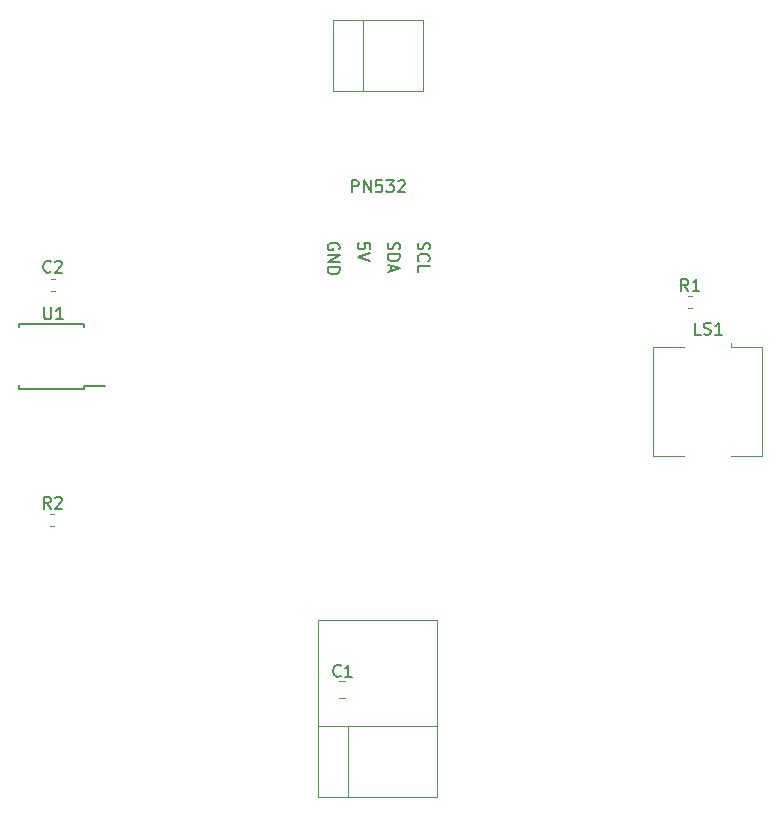
<source format=gto>
G04 #@! TF.GenerationSoftware,KiCad,Pcbnew,(5.1.2-1)-1*
G04 #@! TF.CreationDate,2019-07-21T21:36:06+01:00*
G04 #@! TF.ProjectId,glowy_nfc_reader_module,676c6f77-795f-46e6-9663-5f7265616465,rev?*
G04 #@! TF.SameCoordinates,Original*
G04 #@! TF.FileFunction,Legend,Top*
G04 #@! TF.FilePolarity,Positive*
%FSLAX46Y46*%
G04 Gerber Fmt 4.6, Leading zero omitted, Abs format (unit mm)*
G04 Created by KiCad (PCBNEW (5.1.2-1)-1) date 2019-07-21 21:36:06*
%MOMM*%
%LPD*%
G04 APERTURE LIST*
%ADD10C,0.150000*%
%ADD11C,0.120000*%
G04 APERTURE END LIST*
D10*
X146375714Y-86177380D02*
X146375714Y-85177380D01*
X146756666Y-85177380D01*
X146851904Y-85225000D01*
X146899523Y-85272619D01*
X146947142Y-85367857D01*
X146947142Y-85510714D01*
X146899523Y-85605952D01*
X146851904Y-85653571D01*
X146756666Y-85701190D01*
X146375714Y-85701190D01*
X147375714Y-86177380D02*
X147375714Y-85177380D01*
X147947142Y-86177380D01*
X147947142Y-85177380D01*
X148899523Y-85177380D02*
X148423333Y-85177380D01*
X148375714Y-85653571D01*
X148423333Y-85605952D01*
X148518571Y-85558333D01*
X148756666Y-85558333D01*
X148851904Y-85605952D01*
X148899523Y-85653571D01*
X148947142Y-85748809D01*
X148947142Y-85986904D01*
X148899523Y-86082142D01*
X148851904Y-86129761D01*
X148756666Y-86177380D01*
X148518571Y-86177380D01*
X148423333Y-86129761D01*
X148375714Y-86082142D01*
X149280476Y-85177380D02*
X149899523Y-85177380D01*
X149566190Y-85558333D01*
X149709047Y-85558333D01*
X149804285Y-85605952D01*
X149851904Y-85653571D01*
X149899523Y-85748809D01*
X149899523Y-85986904D01*
X149851904Y-86082142D01*
X149804285Y-86129761D01*
X149709047Y-86177380D01*
X149423333Y-86177380D01*
X149328095Y-86129761D01*
X149280476Y-86082142D01*
X150280476Y-85272619D02*
X150328095Y-85225000D01*
X150423333Y-85177380D01*
X150661428Y-85177380D01*
X150756666Y-85225000D01*
X150804285Y-85272619D01*
X150851904Y-85367857D01*
X150851904Y-85463095D01*
X150804285Y-85605952D01*
X150232857Y-86177380D01*
X150851904Y-86177380D01*
X149455238Y-90457976D02*
X149407619Y-90600833D01*
X149407619Y-90838928D01*
X149455238Y-90934166D01*
X149502857Y-90981785D01*
X149598095Y-91029404D01*
X149693333Y-91029404D01*
X149788571Y-90981785D01*
X149836190Y-90934166D01*
X149883809Y-90838928D01*
X149931428Y-90648452D01*
X149979047Y-90553214D01*
X150026666Y-90505595D01*
X150121904Y-90457976D01*
X150217142Y-90457976D01*
X150312380Y-90505595D01*
X150360000Y-90553214D01*
X150407619Y-90648452D01*
X150407619Y-90886547D01*
X150360000Y-91029404D01*
X149407619Y-91457976D02*
X150407619Y-91457976D01*
X150407619Y-91696071D01*
X150360000Y-91838928D01*
X150264761Y-91934166D01*
X150169523Y-91981785D01*
X149979047Y-92029404D01*
X149836190Y-92029404D01*
X149645714Y-91981785D01*
X149550476Y-91934166D01*
X149455238Y-91838928D01*
X149407619Y-91696071D01*
X149407619Y-91457976D01*
X149693333Y-92410357D02*
X149693333Y-92886547D01*
X149407619Y-92315119D02*
X150407619Y-92648452D01*
X149407619Y-92981785D01*
X151995238Y-90457976D02*
X151947619Y-90600833D01*
X151947619Y-90838928D01*
X151995238Y-90934166D01*
X152042857Y-90981785D01*
X152138095Y-91029404D01*
X152233333Y-91029404D01*
X152328571Y-90981785D01*
X152376190Y-90934166D01*
X152423809Y-90838928D01*
X152471428Y-90648452D01*
X152519047Y-90553214D01*
X152566666Y-90505595D01*
X152661904Y-90457976D01*
X152757142Y-90457976D01*
X152852380Y-90505595D01*
X152900000Y-90553214D01*
X152947619Y-90648452D01*
X152947619Y-90886547D01*
X152900000Y-91029404D01*
X152042857Y-92029404D02*
X151995238Y-91981785D01*
X151947619Y-91838928D01*
X151947619Y-91743690D01*
X151995238Y-91600833D01*
X152090476Y-91505595D01*
X152185714Y-91457976D01*
X152376190Y-91410357D01*
X152519047Y-91410357D01*
X152709523Y-91457976D01*
X152804761Y-91505595D01*
X152900000Y-91600833D01*
X152947619Y-91743690D01*
X152947619Y-91838928D01*
X152900000Y-91981785D01*
X152852380Y-92029404D01*
X151947619Y-92934166D02*
X151947619Y-92457976D01*
X152947619Y-92457976D01*
X147867619Y-90981785D02*
X147867619Y-90505595D01*
X147391428Y-90457976D01*
X147439047Y-90505595D01*
X147486666Y-90600833D01*
X147486666Y-90838928D01*
X147439047Y-90934166D01*
X147391428Y-90981785D01*
X147296190Y-91029404D01*
X147058095Y-91029404D01*
X146962857Y-90981785D01*
X146915238Y-90934166D01*
X146867619Y-90838928D01*
X146867619Y-90600833D01*
X146915238Y-90505595D01*
X146962857Y-90457976D01*
X147867619Y-91315119D02*
X146867619Y-91648452D01*
X147867619Y-91981785D01*
X145280000Y-91029404D02*
X145327619Y-90934166D01*
X145327619Y-90791309D01*
X145280000Y-90648452D01*
X145184761Y-90553214D01*
X145089523Y-90505595D01*
X144899047Y-90457976D01*
X144756190Y-90457976D01*
X144565714Y-90505595D01*
X144470476Y-90553214D01*
X144375238Y-90648452D01*
X144327619Y-90791309D01*
X144327619Y-90886547D01*
X144375238Y-91029404D01*
X144422857Y-91077023D01*
X144756190Y-91077023D01*
X144756190Y-90886547D01*
X144327619Y-91505595D02*
X145327619Y-91505595D01*
X144327619Y-92077023D01*
X145327619Y-92077023D01*
X144327619Y-92553214D02*
X145327619Y-92553214D01*
X145327619Y-92791309D01*
X145280000Y-92934166D01*
X145184761Y-93029404D01*
X145089523Y-93077023D01*
X144899047Y-93124642D01*
X144756190Y-93124642D01*
X144565714Y-93077023D01*
X144470476Y-93029404D01*
X144375238Y-92934166D01*
X144327619Y-92791309D01*
X144327619Y-92553214D01*
D11*
X147305000Y-71600000D02*
X147305000Y-77600000D01*
X144785000Y-77600000D02*
X144785000Y-71600000D01*
X152365000Y-77600000D02*
X144785000Y-77600000D01*
X152365000Y-71600000D02*
X152365000Y-77600000D01*
X144785000Y-71600000D02*
X152365000Y-71600000D01*
X153615000Y-122380000D02*
X153615000Y-131380000D01*
X143495000Y-122380000D02*
X153615000Y-122380000D01*
X143495000Y-131380000D02*
X143495000Y-122380000D01*
X146015000Y-131380000D02*
X146015000Y-137380000D01*
X143495000Y-137380000D02*
X143495000Y-131380000D01*
X153615000Y-137380000D02*
X143495000Y-137380000D01*
X153615000Y-131380000D02*
X153615000Y-137380000D01*
X143495000Y-131380000D02*
X153615000Y-131380000D01*
X120844721Y-114420000D02*
X121170279Y-114420000D01*
X120844721Y-113400000D02*
X121170279Y-113400000D01*
D10*
X123725000Y-102625000D02*
X125475000Y-102625000D01*
X123725000Y-97320000D02*
X118225000Y-97320000D01*
X123725000Y-102830000D02*
X118225000Y-102830000D01*
X123725000Y-97320000D02*
X123725000Y-97620000D01*
X118225000Y-97320000D02*
X118225000Y-97620000D01*
X118225000Y-102830000D02*
X118225000Y-102530000D01*
X123725000Y-102830000D02*
X123725000Y-102625000D01*
D11*
X175135279Y-94940000D02*
X174809721Y-94940000D01*
X175135279Y-95960000D02*
X174809721Y-95960000D01*
X178445000Y-99300000D02*
X181095000Y-99300000D01*
X181095000Y-99300000D02*
X181095000Y-108520000D01*
X181095000Y-108520000D02*
X178445000Y-108520000D01*
X174525000Y-108520000D02*
X171875000Y-108520000D01*
X171875000Y-108520000D02*
X171875000Y-99300000D01*
X171875000Y-99300000D02*
X174525000Y-99300000D01*
X178445000Y-99300000D02*
X178445000Y-98970000D01*
X121192779Y-93570000D02*
X120867221Y-93570000D01*
X121192779Y-94590000D02*
X120867221Y-94590000D01*
X145826078Y-127580000D02*
X145308922Y-127580000D01*
X145826078Y-129000000D02*
X145308922Y-129000000D01*
D10*
X120863333Y-112972380D02*
X120530000Y-112496190D01*
X120291904Y-112972380D02*
X120291904Y-111972380D01*
X120672857Y-111972380D01*
X120768095Y-112020000D01*
X120815714Y-112067619D01*
X120863333Y-112162857D01*
X120863333Y-112305714D01*
X120815714Y-112400952D01*
X120768095Y-112448571D01*
X120672857Y-112496190D01*
X120291904Y-112496190D01*
X121244285Y-112067619D02*
X121291904Y-112020000D01*
X121387142Y-111972380D01*
X121625238Y-111972380D01*
X121720476Y-112020000D01*
X121768095Y-112067619D01*
X121815714Y-112162857D01*
X121815714Y-112258095D01*
X121768095Y-112400952D01*
X121196666Y-112972380D01*
X121815714Y-112972380D01*
X120328095Y-95932380D02*
X120328095Y-96741904D01*
X120375714Y-96837142D01*
X120423333Y-96884761D01*
X120518571Y-96932380D01*
X120709047Y-96932380D01*
X120804285Y-96884761D01*
X120851904Y-96837142D01*
X120899523Y-96741904D01*
X120899523Y-95932380D01*
X121899523Y-96932380D02*
X121328095Y-96932380D01*
X121613809Y-96932380D02*
X121613809Y-95932380D01*
X121518571Y-96075238D01*
X121423333Y-96170476D01*
X121328095Y-96218095D01*
X174833333Y-94542380D02*
X174500000Y-94066190D01*
X174261904Y-94542380D02*
X174261904Y-93542380D01*
X174642857Y-93542380D01*
X174738095Y-93590000D01*
X174785714Y-93637619D01*
X174833333Y-93732857D01*
X174833333Y-93875714D01*
X174785714Y-93970952D01*
X174738095Y-94018571D01*
X174642857Y-94066190D01*
X174261904Y-94066190D01*
X175785714Y-94542380D02*
X175214285Y-94542380D01*
X175500000Y-94542380D02*
X175500000Y-93542380D01*
X175404761Y-93685238D01*
X175309523Y-93780476D01*
X175214285Y-93828095D01*
X175887142Y-98242380D02*
X175410952Y-98242380D01*
X175410952Y-97242380D01*
X176172857Y-98194761D02*
X176315714Y-98242380D01*
X176553809Y-98242380D01*
X176649047Y-98194761D01*
X176696666Y-98147142D01*
X176744285Y-98051904D01*
X176744285Y-97956666D01*
X176696666Y-97861428D01*
X176649047Y-97813809D01*
X176553809Y-97766190D01*
X176363333Y-97718571D01*
X176268095Y-97670952D01*
X176220476Y-97623333D01*
X176172857Y-97528095D01*
X176172857Y-97432857D01*
X176220476Y-97337619D01*
X176268095Y-97290000D01*
X176363333Y-97242380D01*
X176601428Y-97242380D01*
X176744285Y-97290000D01*
X177696666Y-98242380D02*
X177125238Y-98242380D01*
X177410952Y-98242380D02*
X177410952Y-97242380D01*
X177315714Y-97385238D01*
X177220476Y-97480476D01*
X177125238Y-97528095D01*
X120865833Y-92897142D02*
X120818214Y-92944761D01*
X120675357Y-92992380D01*
X120580119Y-92992380D01*
X120437261Y-92944761D01*
X120342023Y-92849523D01*
X120294404Y-92754285D01*
X120246785Y-92563809D01*
X120246785Y-92420952D01*
X120294404Y-92230476D01*
X120342023Y-92135238D01*
X120437261Y-92040000D01*
X120580119Y-91992380D01*
X120675357Y-91992380D01*
X120818214Y-92040000D01*
X120865833Y-92087619D01*
X121246785Y-92087619D02*
X121294404Y-92040000D01*
X121389642Y-91992380D01*
X121627738Y-91992380D01*
X121722976Y-92040000D01*
X121770595Y-92087619D01*
X121818214Y-92182857D01*
X121818214Y-92278095D01*
X121770595Y-92420952D01*
X121199166Y-92992380D01*
X121818214Y-92992380D01*
X145413333Y-127117142D02*
X145365714Y-127164761D01*
X145222857Y-127212380D01*
X145127619Y-127212380D01*
X144984761Y-127164761D01*
X144889523Y-127069523D01*
X144841904Y-126974285D01*
X144794285Y-126783809D01*
X144794285Y-126640952D01*
X144841904Y-126450476D01*
X144889523Y-126355238D01*
X144984761Y-126260000D01*
X145127619Y-126212380D01*
X145222857Y-126212380D01*
X145365714Y-126260000D01*
X145413333Y-126307619D01*
X146365714Y-127212380D02*
X145794285Y-127212380D01*
X146080000Y-127212380D02*
X146080000Y-126212380D01*
X145984761Y-126355238D01*
X145889523Y-126450476D01*
X145794285Y-126498095D01*
M02*

</source>
